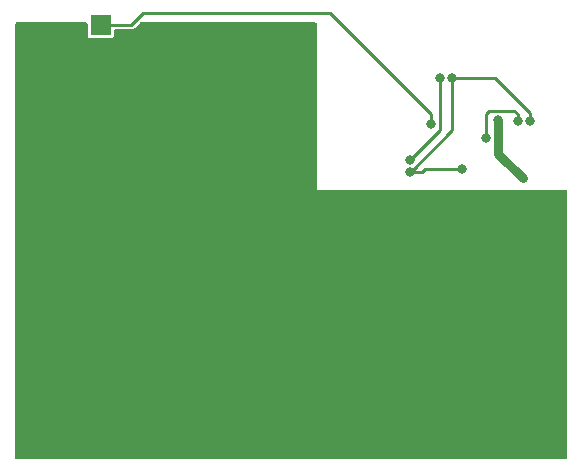
<source format=gbl>
G04 #@! TF.GenerationSoftware,KiCad,Pcbnew,(6.0.5)*
G04 #@! TF.CreationDate,2023-03-07T22:57:50-08:00*
G04 #@! TF.ProjectId,12V_Converter_LM5152x-Q1,3132565f-436f-46e7-9665-727465725f4c,rev?*
G04 #@! TF.SameCoordinates,Original*
G04 #@! TF.FileFunction,Copper,L2,Bot*
G04 #@! TF.FilePolarity,Positive*
%FSLAX46Y46*%
G04 Gerber Fmt 4.6, Leading zero omitted, Abs format (unit mm)*
G04 Created by KiCad (PCBNEW (6.0.5)) date 2023-03-07 22:57:50*
%MOMM*%
%LPD*%
G01*
G04 APERTURE LIST*
G04 #@! TA.AperFunction,ComponentPad*
%ADD10R,1.700000X1.700000*%
G04 #@! TD*
G04 #@! TA.AperFunction,ViaPad*
%ADD11C,0.800000*%
G04 #@! TD*
G04 #@! TA.AperFunction,Conductor*
%ADD12C,0.250000*%
G04 #@! TD*
G04 #@! TA.AperFunction,Conductor*
%ADD13C,0.750000*%
G04 #@! TD*
G04 APERTURE END LIST*
D10*
X69200000Y-93000000D03*
D11*
X98958400Y-97536000D03*
X95402400Y-105444303D03*
X105562400Y-101193600D03*
X99822000Y-105206800D03*
X107696000Y-110032800D03*
X84992000Y-93622000D03*
X81432400Y-113233200D03*
X81940400Y-112369600D03*
X106172000Y-109169200D03*
X106680000Y-110032800D03*
X107188000Y-110896400D03*
X106172000Y-110947200D03*
X86516000Y-96314400D03*
X85500000Y-96263600D03*
X79908400Y-114147600D03*
X82448400Y-113233200D03*
X84484000Y-96314400D03*
X86008000Y-93571200D03*
X82956400Y-114096800D03*
X80924400Y-114096800D03*
X82956400Y-112369600D03*
X85500000Y-94536400D03*
X84484000Y-94536400D03*
X80924400Y-112369600D03*
X107188000Y-109169200D03*
X84992000Y-95400000D03*
X81940400Y-114096800D03*
X87172800Y-114096800D03*
X84023200Y-114096800D03*
X86008000Y-95400000D03*
X80416400Y-113233200D03*
X107696000Y-108204000D03*
X86156800Y-114096800D03*
X108204000Y-109169200D03*
X106680000Y-108254800D03*
X85090000Y-114096800D03*
X108204000Y-110947200D03*
X86516000Y-94536400D03*
X79908400Y-112369600D03*
X104952800Y-106019600D03*
X102870000Y-101041200D03*
X104495600Y-101193600D03*
X101803200Y-102565200D03*
X97167100Y-101400000D03*
X97891600Y-97536000D03*
X95402400Y-104444800D03*
D12*
X96384097Y-105444303D02*
X95402400Y-105444303D01*
X95444297Y-105444303D02*
X98958400Y-101930200D01*
X99822000Y-105206800D02*
X96621600Y-105206800D01*
X98958400Y-97536000D02*
X102616000Y-97536000D01*
X95402400Y-105444303D02*
X95444297Y-105444303D01*
X96621600Y-105206800D02*
X96384097Y-105444303D01*
X105562400Y-100482400D02*
X105562400Y-101193600D01*
X102616000Y-97536000D02*
X105562400Y-100482400D01*
X98958400Y-101930200D02*
X98958400Y-97536000D01*
D13*
X102870000Y-103936800D02*
X104952800Y-106019600D01*
X102870000Y-101041200D02*
X102870000Y-103936800D01*
D12*
X101803200Y-100584000D02*
X102108000Y-100279200D01*
X102108000Y-100279200D02*
X104190800Y-100279200D01*
X104495600Y-100584000D02*
X104495600Y-101193600D01*
X101803200Y-102565200D02*
X101803200Y-100584000D01*
X104190800Y-100279200D02*
X104495600Y-100584000D01*
X97167100Y-100567100D02*
X88600000Y-92000000D01*
X72800000Y-92000000D02*
X71800000Y-93000000D01*
X97167100Y-101400000D02*
X97167100Y-100567100D01*
X71800000Y-93000000D02*
X69200000Y-93000000D01*
X88600000Y-92000000D02*
X72800000Y-92000000D01*
X95402400Y-104444800D02*
X97891600Y-101955600D01*
X97891600Y-101955600D02*
X97891600Y-97536000D01*
G04 #@! TA.AperFunction,Conductor*
G36*
X68037621Y-92820002D02*
G01*
X68084114Y-92873658D01*
X68095500Y-92926000D01*
X68095501Y-93437379D01*
X68095501Y-93875066D01*
X68110266Y-93949301D01*
X68166516Y-94033484D01*
X68250699Y-94089734D01*
X68324933Y-94104500D01*
X69199858Y-94104500D01*
X70075066Y-94104499D01*
X70110818Y-94097388D01*
X70137126Y-94092156D01*
X70137128Y-94092155D01*
X70149301Y-94089734D01*
X70159621Y-94082839D01*
X70159622Y-94082838D01*
X70223168Y-94040377D01*
X70233484Y-94033484D01*
X70289734Y-93949301D01*
X70304500Y-93875067D01*
X70304500Y-93505500D01*
X70324502Y-93437379D01*
X70378158Y-93390886D01*
X70430500Y-93379500D01*
X71746080Y-93379500D01*
X71770028Y-93382049D01*
X71771693Y-93382128D01*
X71781876Y-93384320D01*
X71792217Y-93383096D01*
X71815223Y-93380373D01*
X71821154Y-93380023D01*
X71821146Y-93379928D01*
X71826324Y-93379500D01*
X71831524Y-93379500D01*
X71836653Y-93378646D01*
X71836656Y-93378646D01*
X71850565Y-93376331D01*
X71856443Y-93375494D01*
X71897001Y-93370694D01*
X71897002Y-93370694D01*
X71907341Y-93369470D01*
X71915593Y-93365507D01*
X71924626Y-93364004D01*
X71933795Y-93359057D01*
X71933797Y-93359056D01*
X71969732Y-93339666D01*
X71975025Y-93336969D01*
X72014082Y-93318215D01*
X72014086Y-93318212D01*
X72021232Y-93314781D01*
X72025508Y-93311186D01*
X72027431Y-93309263D01*
X72029363Y-93307491D01*
X72029442Y-93307448D01*
X72029555Y-93307572D01*
X72030095Y-93307096D01*
X72035814Y-93304010D01*
X72072417Y-93264413D01*
X72075846Y-93260848D01*
X72499789Y-92836905D01*
X72562101Y-92802879D01*
X72588884Y-92800000D01*
X87374000Y-92800000D01*
X87442121Y-92820002D01*
X87488614Y-92873658D01*
X87500000Y-92926000D01*
X87500000Y-107000000D01*
X108585500Y-107000000D01*
X108653621Y-107020002D01*
X108700114Y-107073658D01*
X108711500Y-107126000D01*
X108711500Y-129667500D01*
X108691498Y-129735621D01*
X108637842Y-129782114D01*
X108585500Y-129793500D01*
X62102500Y-129793500D01*
X62034379Y-129773498D01*
X61987886Y-129719842D01*
X61976500Y-129667500D01*
X61976500Y-92926000D01*
X61996502Y-92857879D01*
X62050158Y-92811386D01*
X62102500Y-92800000D01*
X67969500Y-92800000D01*
X68037621Y-92820002D01*
G37*
G04 #@! TD.AperFunction*
M02*

</source>
